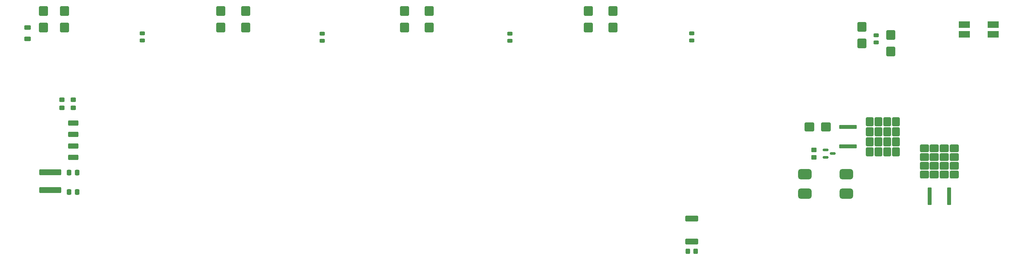
<source format=gbr>
%TF.GenerationSoftware,KiCad,Pcbnew,7.0.9*%
%TF.CreationDate,2024-06-20T11:52:21+03:00*%
%TF.ProjectId,___________ _____,1c304235-4038-43d4-913a-304f203f3b30,rev?*%
%TF.SameCoordinates,Original*%
%TF.FileFunction,Paste,Top*%
%TF.FilePolarity,Positive*%
%FSLAX46Y46*%
G04 Gerber Fmt 4.6, Leading zero omitted, Abs format (unit mm)*
G04 Created by KiCad (PCBNEW 7.0.9) date 2024-06-20 11:52:21*
%MOMM*%
%LPD*%
G01*
G04 APERTURE LIST*
G04 Aperture macros list*
%AMRoundRect*
0 Rectangle with rounded corners*
0 $1 Rounding radius*
0 $2 $3 $4 $5 $6 $7 $8 $9 X,Y pos of 4 corners*
0 Add a 4 corners polygon primitive as box body*
4,1,4,$2,$3,$4,$5,$6,$7,$8,$9,$2,$3,0*
0 Add four circle primitives for the rounded corners*
1,1,$1+$1,$2,$3*
1,1,$1+$1,$4,$5*
1,1,$1+$1,$6,$7*
1,1,$1+$1,$8,$9*
0 Add four rect primitives between the rounded corners*
20,1,$1+$1,$2,$3,$4,$5,0*
20,1,$1+$1,$4,$5,$6,$7,0*
20,1,$1+$1,$6,$7,$8,$9,0*
20,1,$1+$1,$8,$9,$2,$3,0*%
G04 Aperture macros list end*
%ADD10RoundRect,0.250000X-0.450000X0.350000X-0.450000X-0.350000X0.450000X-0.350000X0.450000X0.350000X0*%
%ADD11RoundRect,0.250000X0.900000X-1.000000X0.900000X1.000000X-0.900000X1.000000X-0.900000X-1.000000X0*%
%ADD12RoundRect,0.250000X1.000000X0.900000X-1.000000X0.900000X-1.000000X-0.900000X1.000000X-0.900000X0*%
%ADD13RoundRect,0.250001X1.074999X-0.462499X1.074999X0.462499X-1.074999X0.462499X-1.074999X-0.462499X0*%
%ADD14RoundRect,0.150000X-0.587500X-0.150000X0.587500X-0.150000X0.587500X0.150000X-0.587500X0.150000X0*%
%ADD15RoundRect,0.250000X2.600000X-0.550000X2.600000X0.550000X-2.600000X0.550000X-2.600000X-0.550000X0*%
%ADD16RoundRect,0.675000X1.075000X0.675000X-1.075000X0.675000X-1.075000X-0.675000X1.075000X-0.675000X0*%
%ADD17RoundRect,0.250000X-0.450000X0.325000X-0.450000X-0.325000X0.450000X-0.325000X0.450000X0.325000X0*%
%ADD18RoundRect,0.249999X1.425001X-0.512501X1.425001X0.512501X-1.425001X0.512501X-1.425001X-0.512501X0*%
%ADD19RoundRect,0.250000X-0.750000X-0.900000X0.750000X-0.900000X0.750000X0.900000X-0.750000X0.900000X0*%
%ADD20RoundRect,0.250000X-2.050000X-0.300000X2.050000X-0.300000X2.050000X0.300000X-2.050000X0.300000X0*%
%ADD21RoundRect,0.250000X-0.337500X-0.475000X0.337500X-0.475000X0.337500X0.475000X-0.337500X0.475000X0*%
%ADD22RoundRect,0.243750X-0.456250X0.243750X-0.456250X-0.243750X0.456250X-0.243750X0.456250X0.243750X0*%
%ADD23RoundRect,0.250000X-0.625000X0.312500X-0.625000X-0.312500X0.625000X-0.312500X0.625000X0.312500X0*%
%ADD24RoundRect,0.250000X-0.900000X1.000000X-0.900000X-1.000000X0.900000X-1.000000X0.900000X1.000000X0*%
%ADD25RoundRect,0.250001X-1.074999X0.462499X-1.074999X-0.462499X1.074999X-0.462499X1.074999X0.462499X0*%
%ADD26R,3.000000X1.800000*%
%ADD27RoundRect,0.250000X0.900000X-0.750000X0.900000X0.750000X-0.900000X0.750000X-0.900000X-0.750000X0*%
%ADD28RoundRect,0.250000X0.300000X-2.050000X0.300000X2.050000X-0.300000X2.050000X-0.300000X-2.050000X0*%
%ADD29RoundRect,0.250000X-0.325000X-0.450000X0.325000X-0.450000X0.325000X0.450000X-0.325000X0.450000X0*%
G04 APERTURE END LIST*
D10*
%TO.C,R7*%
X225500000Y-71000000D03*
X225500000Y-73000000D03*
%TD*%
D11*
%TO.C,D7*%
X166500000Y-39000000D03*
X166500000Y-34700000D03*
%TD*%
D12*
%TO.C,D11*%
X228550000Y-65000000D03*
X224250000Y-65000000D03*
%TD*%
D13*
%TO.C,C6*%
X32000000Y-72975000D03*
X32000000Y-70000000D03*
%TD*%
D11*
%TO.C,D4*%
X77000000Y-39000000D03*
X77000000Y-34700000D03*
%TD*%
D14*
%TO.C,D13*%
X228500000Y-71050000D03*
X228500000Y-72950000D03*
X230375000Y-72000000D03*
%TD*%
D15*
%TO.C,L1*%
X26000000Y-81550000D03*
X26000000Y-76850000D03*
%TD*%
D16*
%TO.C,FL1*%
X233897500Y-82487500D03*
X233897500Y-77407500D03*
X223102500Y-77407500D03*
X223102500Y-82487500D03*
%TD*%
D11*
%TO.C,D9*%
X238000000Y-43150000D03*
X238000000Y-38850000D03*
%TD*%
D17*
%TO.C,R8*%
X32000000Y-57950000D03*
X32000000Y-60000000D03*
%TD*%
D18*
%TO.C,R2*%
X193500000Y-94987500D03*
X193500000Y-89012500D03*
%TD*%
D19*
%TO.C,Q3*%
X240000000Y-63700000D03*
X240000000Y-66300000D03*
X240000000Y-68900000D03*
X240000000Y-71500000D03*
X242300000Y-63700000D03*
X242300000Y-66300000D03*
X242300000Y-68900000D03*
X242300000Y-71500000D03*
X244600000Y-63700000D03*
X244600000Y-66300000D03*
X244600000Y-68900000D03*
X244600000Y-71500000D03*
X246900000Y-63700000D03*
X246900000Y-66300000D03*
X246900000Y-68900000D03*
X246900000Y-71500000D03*
D20*
X234325000Y-65060000D03*
X234325000Y-70140000D03*
%TD*%
D21*
%TO.C,C4*%
X30925000Y-82000000D03*
X33000000Y-82000000D03*
%TD*%
D11*
%TO.C,D8*%
X173000000Y-39000000D03*
X173000000Y-34700000D03*
%TD*%
%TO.C,D2*%
X29750000Y-39000000D03*
X29750000Y-34700000D03*
%TD*%
%TO.C,D5*%
X118500000Y-39000000D03*
X118500000Y-34700000D03*
%TD*%
%TO.C,D3*%
X70500000Y-39000000D03*
X70500000Y-34700000D03*
%TD*%
D21*
%TO.C,C5*%
X30925000Y-77000000D03*
X33000000Y-77000000D03*
%TD*%
D22*
%TO.C,RV1*%
X50000000Y-40562500D03*
X50000000Y-42437500D03*
%TD*%
D17*
%TO.C,D14*%
X29000000Y-57950000D03*
X29000000Y-60000000D03*
%TD*%
D23*
%TO.C,R1*%
X20100000Y-39037500D03*
X20100000Y-41962500D03*
%TD*%
D24*
%TO.C,D10*%
X245500000Y-41000000D03*
X245500000Y-45300000D03*
%TD*%
D22*
%TO.C,RV5*%
X241750000Y-41062500D03*
X241750000Y-42937500D03*
%TD*%
%TO.C,RV2*%
X97000000Y-40625000D03*
X97000000Y-42500000D03*
%TD*%
D11*
%TO.C,D6*%
X125000000Y-39000000D03*
X125000000Y-34700000D03*
%TD*%
%TO.C,D1*%
X24200000Y-39000000D03*
X24200000Y-34700000D03*
%TD*%
D25*
%TO.C,C3*%
X32000000Y-64025000D03*
X32000000Y-67000000D03*
%TD*%
D22*
%TO.C,RV3*%
X146000000Y-40625000D03*
X146000000Y-42500000D03*
%TD*%
D26*
%TO.C,L2*%
X272250000Y-40790000D03*
X272250000Y-38250000D03*
X264750000Y-38250000D03*
X264750000Y-40790000D03*
%TD*%
D27*
%TO.C,Q1*%
X254300000Y-77500000D03*
X256900000Y-77500000D03*
X259500000Y-77500000D03*
X262100000Y-77500000D03*
X254300000Y-75200000D03*
X256900000Y-75200000D03*
X259500000Y-75200000D03*
X262100000Y-75200000D03*
X254300000Y-72900000D03*
X256900000Y-72900000D03*
X259500000Y-72900000D03*
X262100000Y-72900000D03*
X254300000Y-70600000D03*
X256900000Y-70600000D03*
X259500000Y-70600000D03*
X262100000Y-70600000D03*
D28*
X255660000Y-83175000D03*
X260740000Y-83175000D03*
%TD*%
D29*
%TO.C,D12*%
X192500000Y-97500000D03*
X194550000Y-97500000D03*
%TD*%
D22*
%TO.C,RV4*%
X193500000Y-40562500D03*
X193500000Y-42437500D03*
%TD*%
M02*

</source>
